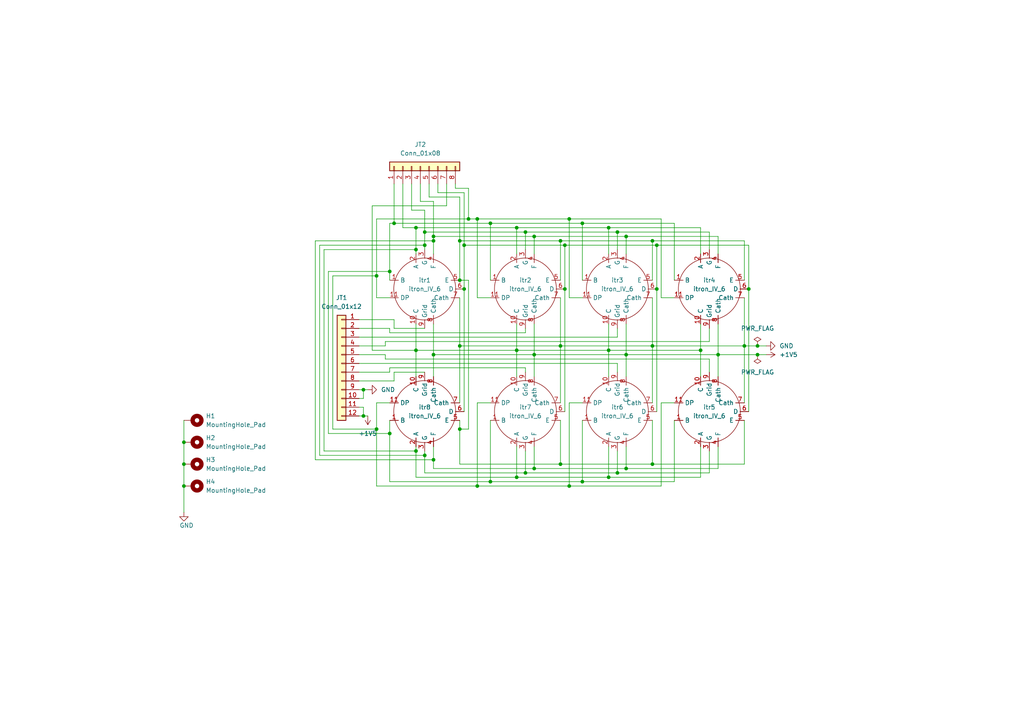
<source format=kicad_sch>
(kicad_sch (version 20211123) (generator eeschema)
  (paper "A4")
  (title_block (title "Divergence Meter - logic board") (date "2022") (company "Made by Toohka / Okarisu"))
  (lib_symbols
    (symbol "Connector_Generic:Conn_01x08" (pin_names (offset 1.016) hide)
      (property "Reference" "J" (at 0 10.16 0))
      (property "Value" "Conn_01x08" (at 0 -12.7 0))
      (symbol "Conn_01x08_1_1"
        (rectangle (start -1.27 -10.033) (end 0 -10.287) (stroke (width 0.1524)))
        (rectangle (start -1.27 -7.493) (end 0 -7.747) (stroke (width 0.1524)))
        (rectangle (start -1.27 -4.953) (end 0 -5.207) (stroke (width 0.1524)))
        (rectangle (start -1.27 -2.413) (end 0 -2.667) (stroke (width 0.1524)))
        (rectangle (start -1.27 0.127) (end 0 -0.127) (stroke (width 0.1524)))
        (rectangle (start -1.27 2.667) (end 0 2.413) (stroke (width 0.1524)))
        (rectangle (start -1.27 5.207) (end 0 4.953) (stroke (width 0.1524)))
        (rectangle (start -1.27 7.747) (end 0 7.493) (stroke (width 0.1524)))
        (rectangle (start -1.27 8.89) (end 1.27 -11.43) (stroke (width 0.254)) (fill (type background)))
        (pin passive line (at -5.08 7.62 0) (length 3.81) (name "Pin_1") (number "1"))
        (pin passive line (at -5.08 5.08 0) (length 3.81) (name "Pin_2") (number "2"))
        (pin passive line (at -5.08 2.54 0) (length 3.81) (name "Pin_3") (number "3"))
        (pin passive line (at -5.08 0 0) (length 3.81) (name "Pin_4") (number "4"))
        (pin passive line (at -5.08 -2.54 0) (length 3.81) (name "Pin_5") (number "5"))
        (pin passive line (at -5.08 -5.08 0) (length 3.81) (name "Pin_6") (number "6"))
        (pin passive line (at -5.08 -7.62 0) (length 3.81) (name "Pin_7") (number "7"))
        (pin passive line (at -5.08 -10.16 0) (length 3.81) (name "Pin_8") (number "8"))
      )
    )
    (symbol "Connector_Generic:Conn_01x12" (pin_names (offset 1.016) hide)
      (property "Reference" "J" (at 0 15.24 0))
      (property "Value" "Conn_01x12" (at 0 -17.78 0))
      (symbol "Conn_01x12_1_1"
        (rectangle (start -1.27 -15.113) (end 0 -15.367) (stroke (width 0.1524)))
        (rectangle (start -1.27 -12.573) (end 0 -12.827) (stroke (width 0.1524)))
        (rectangle (start -1.27 -10.033) (end 0 -10.287) (stroke (width 0.1524)))
        (rectangle (start -1.27 -7.493) (end 0 -7.747) (stroke (width 0.1524)))
        (rectangle (start -1.27 -4.953) (end 0 -5.207) (stroke (width 0.1524)))
        (rectangle (start -1.27 -2.413) (end 0 -2.667) (stroke (width 0.1524)))
        (rectangle (start -1.27 0.127) (end 0 -0.127) (stroke (width 0.1524)))
        (rectangle (start -1.27 2.667) (end 0 2.413) (stroke (width 0.1524)))
        (rectangle (start -1.27 5.207) (end 0 4.953) (stroke (width 0.1524)))
        (rectangle (start -1.27 7.747) (end 0 7.493) (stroke (width 0.1524)))
        (rectangle (start -1.27 10.287) (end 0 10.033) (stroke (width 0.1524)))
        (rectangle (start -1.27 12.827) (end 0 12.573) (stroke (width 0.1524)))
        (rectangle (start -1.27 13.97) (end 1.27 -16.51) (stroke (width 0.254)) (fill (type background)))
        (pin passive line (at -5.08 12.7 0) (length 3.81) (name "Pin_1") (number "1"))
        (pin passive line (at -5.08 -10.16 0) (length 3.81) (name "Pin_10") (number "10"))
        (pin passive line (at -5.08 -12.7 0) (length 3.81) (name "Pin_11") (number "11"))
        (pin passive line (at -5.08 -15.24 0) (length 3.81) (name "Pin_12") (number "12"))
        (pin passive line (at -5.08 10.16 0) (length 3.81) (name "Pin_2") (number "2"))
        (pin passive line (at -5.08 7.62 0) (length 3.81) (name "Pin_3") (number "3"))
        (pin passive line (at -5.08 5.08 0) (length 3.81) (name "Pin_4") (number "4"))
        (pin passive line (at -5.08 2.54 0) (length 3.81) (name "Pin_5") (number "5"))
        (pin passive line (at -5.08 0 0) (length 3.81) (name "Pin_6") (number "6"))
        (pin passive line (at -5.08 -2.54 0) (length 3.81) (name "Pin_7") (number "7"))
        (pin passive line (at -5.08 -5.08 0) (length 3.81) (name "Pin_8") (number "8"))
        (pin passive line (at -5.08 -7.62 0) (length 3.81) (name "Pin_9") (number "9"))
      )
    )
    (symbol "Mechanical:MountingHole_Pad" (pin_numbers hide) (pin_names (offset 1.016) hide)
      (property "Reference" "H" (at 0 6.35 0))
      (property "Value" "MountingHole_Pad" (at 0 4.445 0))
      (symbol "MountingHole_Pad_0_1"
        (circle (center 0 1.27) (radius 1.27) (stroke (width 1.27)))
      )
      (symbol "MountingHole_Pad_1_1"
        (pin input line (at 0 -2.54 90) (length 2.54) (name "1") (number "1"))
      )
    )
    (symbol "itron_iv_6:itron_IV_6"
      (property "Reference" "itr" (at 0 0 0))
      (property "Value" "itron_IV_6" (at -10.16 -5.08 0))
      (symbol "itron_IV_6_0_1"
        (circle (center 0 -13.97) (radius 8.9803))
      )
      (symbol "itron_IV_6_1_1"
        (pin input line (at -10.16 -11.43 0) (length 2.54) (name "B") (number "1"))
        (pin input line (at -2.54 -24.13 90) (length 2.54) (name "C") (number "10"))
        (pin input line (at -10.16 -16.51 0) (length 2.54) (name "DP") (number "11"))
        (pin input line (at -2.54 -3.81 270) (length 2.54) (name "A") (number "2"))
        (pin input line (at 0 -2.54 270) (length 2.54) (name "G") (number "3"))
        (pin input line (at 2.54 -3.81 270) (length 2.54) (name "F") (number "4"))
        (pin input line (at 10.16 -11.43 180) (length 2.54) (name "E") (number "5"))
        (pin input line (at 11.43 -13.97 180) (length 2.54) (name "D") (number "6"))
        (pin input line (at 10.16 -16.51 180) (length 2.54) (name "Cath") (number "7"))
        (pin input line (at 2.54 -24.13 90) (length 2.54) (name "Cath") (number "8"))
        (pin input line (at 0 -25.4 90) (length 2.54) (name "Grid") (number "9"))
      )
    )
    (symbol "power:+1V5" (power) (pin_names (offset 0))
      (property "Value" "+1V5" (at 0 3.556 0))
      (symbol "+1V5_0_1"
        (polyline (pts (xy -0.762 1.27) (xy 0 2.54)))
        (polyline (pts (xy 0 0) (xy 0 2.54)))
        (polyline (pts (xy 0 2.54) (xy 0.762 1.27)))
      )
      (symbol "+1V5_1_1"
        (pin power_in line (at 0 0 90) (length 0) hide (name "+1V5") (number "1"))
      )
    )
    (symbol "power:GND" (power) (pin_names (offset 0))
      (property "Value" "GND" (at 0 -3.81 0))
      (symbol "GND_0_1"
        (polyline (pts (xy 0 0) (xy 0 -1.27) (xy 1.27 -1.27) (xy 0 -2.54) (xy -1.27 -1.27) (xy 0 -1.27)))
      )
      (symbol "GND_1_1"
        (pin power_in line (at 0 0 270) (length 0) hide (name "GND") (number "1"))
      )
    )
    (symbol "power:PWR_FLAG" (power) (pin_numbers hide) (pin_names (offset 0) hide)
      (property "Value" "PWR_FLAG" (at 0 3.81 0))
      (symbol "PWR_FLAG_0_0"
        (pin power_out line (at 0 0 90) (length 0) (name "pwr") (number "1"))
      )
      (symbol "PWR_FLAG_0_1"
        (polyline (pts (xy 0 0) (xy 0 1.27) (xy -1.016 1.905) (xy 0 2.54) (xy 1.016 1.905) (xy 0 1.27)))
      )
    )
  )
  (junction (at 189.23 100.33))
  (junction (at 133.35 100.33))
  (junction (at 162.56 69.85))
  (junction (at 53.34 128.27))
  (junction (at 154.94 68.58))
  (junction (at 219.71 100.33))
  (junction (at 190.5 83.82))
  (junction (at 125.73 133.35))
  (junction (at 152.4 137.16))
  (junction (at 138.43 63.5))
  (junction (at 163.83 83.82))
  (junction (at 154.94 135.89))
  (junction (at 163.83 71.12))
  (junction (at 203.2 101.6))
  (junction (at 149.86 138.43))
  (junction (at 133.35 69.85))
  (junction (at 149.86 66.04))
  (junction (at 176.53 101.6))
  (junction (at 168.91 139.7))
  (junction (at 125.73 102.87))
  (junction (at 133.35 124.46))
  (junction (at 208.28 102.87))
  (junction (at 217.17 83.82))
  (junction (at 189.23 69.85))
  (junction (at 179.07 137.16))
  (junction (at 165.1 63.5))
  (junction (at 120.65 101.6))
  (junction (at 109.22 124.46))
  (junction (at 123.19 71.12))
  (junction (at 165.1 140.97))
  (junction (at 162.56 100.33))
  (junction (at 113.03 125.73))
  (junction (at 181.61 102.87))
  (junction (at 134.62 83.82))
  (junction (at 53.34 140.97))
  (junction (at 176.53 138.43))
  (junction (at 189.23 134.62))
  (junction (at 149.86 101.6))
  (junction (at 105.41 120.65))
  (junction (at 120.65 72.39))
  (junction (at 133.35 81.28))
  (junction (at 181.61 135.89))
  (junction (at 168.91 64.77))
  (junction (at 120.65 66.04))
  (junction (at 114.3 64.77))
  (junction (at 154.94 102.87))
  (junction (at 134.62 71.12))
  (junction (at 176.53 66.04))
  (junction (at 181.61 68.58))
  (junction (at 105.41 113.03))
  (junction (at 120.65 130.81))
  (junction (at 138.43 140.97))
  (junction (at 152.4 67.31))
  (junction (at 53.34 134.62))
  (junction (at 109.22 80.01))
  (junction (at 219.71 102.87))
  (junction (at 190.5 71.12))
  (junction (at 142.24 139.7))
  (junction (at 113.03 78.74))
  (junction (at 215.9 100.33))
  (junction (at 162.56 134.62))
  (junction (at 135.89 63.5))
  (junction (at 123.19 132.08))
  (junction (at 123.19 67.31))
  (junction (at 125.73 69.85))
  (junction (at 179.07 67.31))
  (junction (at 142.24 64.77))
  (junction (at 125.73 68.58))
  (wire (pts (xy 119.38 60.96) (xy 123.19 60.96)))
  (wire (pts (xy 179.07 95.25) (xy 179.07 97.79)))
  (wire (pts (xy 134.62 55.88) (xy 127 55.88)))
  (wire (pts (xy 149.86 66.04) (xy 120.65 66.04)))
  (wire (pts (xy 123.19 60.96) (xy 123.19 67.31)))
  (wire (pts (xy 179.07 67.31) (xy 179.07 72.39)))
  (wire (pts (xy 176.53 66.04) (xy 149.86 66.04)))
  (wire (pts (xy 123.19 71.12) (xy 92.71 71.12)))
  (wire (pts (xy 135.89 81.28) (xy 133.35 81.28)))
  (wire (pts (xy 179.07 105.41) (xy 179.07 107.95)))
  (wire (pts (xy 133.35 100.33) (xy 162.56 100.33)))
  (wire (pts (xy 138.43 140.97) (xy 165.1 140.97)))
  (wire (pts (xy 162.56 69.85) (xy 162.56 81.28)))
  (wire (pts (xy 189.23 121.92) (xy 189.23 134.62)))
  (wire (pts (xy 120.65 93.98) (xy 120.65 101.6)))
  (wire (pts (xy 149.86 66.04) (xy 149.86 73.66)))
  (wire (pts (xy 181.61 68.58) (xy 208.28 68.58)))
  (wire (pts (xy 53.34 140.97) (xy 53.34 148.59)))
  (wire (pts (xy 109.22 124.46) (xy 96.52 124.46)))
  (wire (pts (xy 109.22 86.36) (xy 109.22 80.01)))
  (wire (pts (xy 134.62 83.82) (xy 134.62 119.38)))
  (wire (pts (xy 142.24 121.92) (xy 142.24 139.7)))
  (wire (pts (xy 168.91 64.77) (xy 195.58 64.77)))
  (wire (pts (xy 133.35 124.46) (xy 133.35 134.62)))
  (wire (pts (xy 205.74 95.25) (xy 205.74 99.06)))
  (wire (pts (xy 205.74 67.31) (xy 179.07 67.31)))
  (wire (pts (xy 176.53 129.54) (xy 176.53 138.43)))
  (wire (pts (xy 205.74 130.81) (xy 205.74 137.16)))
  (wire (pts (xy 114.3 110.49) (xy 114.3 107.95)))
  (wire (pts (xy 133.35 69.85) (xy 133.35 57.15)))
  (wire (pts (xy 133.35 134.62) (xy 162.56 134.62)))
  (wire (pts (xy 125.73 69.85) (xy 125.73 68.58)))
  (wire (pts (xy 125.73 93.98) (xy 125.73 102.87)))
  (wire (pts (xy 190.5 83.82) (xy 190.5 119.38)))
  (wire (pts (xy 208.28 129.54) (xy 208.28 135.89)))
  (wire (pts (xy 120.65 72.39) (xy 120.65 73.66)))
  (wire (pts (xy 125.73 58.42) (xy 121.92 58.42)))
  (wire (pts (xy 120.65 129.54) (xy 120.65 130.81)))
  (wire (pts (xy 149.86 93.98) (xy 149.86 101.6)))
  (wire (pts (xy 133.35 69.85) (xy 162.56 69.85)))
  (wire (pts (xy 149.86 138.43) (xy 176.53 138.43)))
  (wire (pts (xy 176.53 101.6) (xy 203.2 101.6)))
  (wire (pts (xy 104.14 97.79) (xy 179.07 97.79)))
  (wire (pts (xy 134.62 71.12) (xy 134.62 55.88)))
  (wire (pts (xy 107.95 59.69) (xy 129.54 59.69)))
  (wire (pts (xy 162.56 69.85) (xy 189.23 69.85)))
  (wire (pts (xy 152.4 67.31) (xy 152.4 72.39)))
  (wire (pts (xy 152.4 106.68) (xy 152.4 107.95)))
  (wire (pts (xy 113.03 121.92) (xy 113.03 125.73)))
  (wire (pts (xy 113.03 78.74) (xy 113.03 64.77)))
  (wire (pts (xy 154.94 102.87) (xy 154.94 109.22)))
  (wire (pts (xy 208.28 93.98) (xy 208.28 102.87)))
  (wire (pts (xy 190.5 71.12) (xy 217.17 71.12)))
  (wire (pts (xy 181.61 102.87) (xy 208.28 102.87)))
  (wire (pts (xy 152.4 67.31) (xy 123.19 67.31)))
  (wire (pts (xy 120.65 66.04) (xy 120.65 72.39)))
  (wire (pts (xy 208.28 68.58) (xy 208.28 73.66)))
  (wire (pts (xy 132.08 54.61) (xy 132.08 53.34)))
  (wire (pts (xy 109.22 140.97) (xy 138.43 140.97)))
  (wire (pts (xy 154.94 93.98) (xy 154.94 102.87)))
  (wire (pts (xy 191.77 116.84) (xy 195.58 116.84)))
  (wire (pts (xy 179.07 67.31) (xy 152.4 67.31)))
  (wire (pts (xy 203.2 66.04) (xy 176.53 66.04)))
  (wire (pts (xy 208.28 135.89) (xy 181.61 135.89)))
  (wire (pts (xy 124.46 57.15) (xy 124.46 53.34)))
  (wire (pts (xy 134.62 71.12) (xy 134.62 83.82)))
  (wire (pts (xy 113.03 96.52) (xy 152.4 96.52)))
  (wire (pts (xy 113.03 106.68) (xy 152.4 106.68)))
  (wire (pts (xy 53.34 128.27) (xy 53.34 134.62)))
  (wire (pts (xy 121.92 58.42) (xy 121.92 53.34)))
  (wire (pts (xy 190.5 71.12) (xy 190.5 83.82)))
  (wire (pts (xy 208.28 102.87) (xy 208.28 109.22)))
  (wire (pts (xy 120.65 130.81) (xy 93.98 130.81)))
  (wire (pts (xy 104.14 102.87) (xy 111.76 102.87)))
  (wire (pts (xy 189.23 86.36) (xy 189.23 100.33)))
  (wire (pts (xy 123.19 132.08) (xy 123.19 130.81)))
  (wire (pts (xy 219.71 102.87) (xy 222.25 102.87)))
  (wire (pts (xy 133.35 86.36) (xy 133.35 100.33)))
  (wire (pts (xy 205.74 99.06) (xy 111.76 99.06)))
  (wire (pts (xy 114.3 107.95) (xy 123.19 107.95)))
  (wire (pts (xy 107.95 59.69) (xy 107.95 101.6)))
  (wire (pts (xy 203.2 73.66) (xy 203.2 66.04)))
  (wire (pts (xy 96.52 124.46) (xy 96.52 80.01)))
  (wire (pts (xy 189.23 100.33) (xy 189.23 116.84)))
  (wire (pts (xy 189.23 134.62) (xy 162.56 134.62)))
  (wire (pts (xy 195.58 139.7) (xy 195.58 121.92)))
  (wire (pts (xy 120.65 101.6) (xy 107.95 101.6)))
  (wire (pts (xy 205.74 137.16) (xy 179.07 137.16)))
  (wire (pts (xy 53.34 134.62) (xy 53.34 140.97)))
  (wire (pts (xy 95.25 78.74) (xy 113.03 78.74)))
  (wire (pts (xy 133.35 100.33) (xy 133.35 116.84)))
  (wire (pts (xy 114.3 95.25) (xy 114.3 92.71)))
  (wire (pts (xy 113.03 139.7) (xy 142.24 139.7)))
  (wire (pts (xy 152.4 130.81) (xy 152.4 137.16)))
  (wire (pts (xy 149.86 129.54) (xy 149.86 138.43)))
  (wire (pts (xy 149.86 101.6) (xy 149.86 109.22)))
  (wire (pts (xy 134.62 71.12) (xy 163.83 71.12)))
  (wire (pts (xy 133.35 121.92) (xy 133.35 124.46)))
  (wire (pts (xy 191.77 140.97) (xy 191.77 116.84)))
  (wire (pts (xy 162.56 134.62) (xy 162.56 121.92)))
  (wire (pts (xy 120.65 130.81) (xy 120.65 138.43)))
  (wire (pts (xy 123.19 71.12) (xy 123.19 72.39)))
  (wire (pts (xy 215.9 86.36) (xy 215.9 100.33)))
  (wire (pts (xy 123.19 137.16) (xy 123.19 132.08)))
  (wire (pts (xy 181.61 93.98) (xy 181.61 102.87)))
  (wire (pts (xy 113.03 86.36) (xy 109.22 86.36)))
  (wire (pts (xy 138.43 116.84) (xy 142.24 116.84)))
  (wire (pts (xy 162.56 100.33) (xy 189.23 100.33)))
  (wire (pts (xy 217.17 71.12) (xy 217.17 83.82)))
  (wire (pts (xy 219.71 100.33) (xy 222.25 100.33)))
  (wire (pts (xy 125.73 133.35) (xy 91.44 133.35)))
  (wire (pts (xy 114.3 53.34) (xy 114.3 64.77)))
  (wire (pts (xy 165.1 63.5) (xy 191.77 63.5)))
  (wire (pts (xy 93.98 72.39) (xy 120.65 72.39)))
  (wire (pts (xy 165.1 63.5) (xy 165.1 86.36)))
  (wire (pts (xy 138.43 63.5) (xy 138.43 86.36)))
  (wire (pts (xy 105.41 120.65) (xy 106.68 120.65)))
  (wire (pts (xy 189.23 69.85) (xy 215.9 69.85)))
  (wire (pts (xy 181.61 135.89) (xy 154.94 135.89)))
  (wire (pts (xy 149.86 101.6) (xy 176.53 101.6)))
  (wire (pts (xy 215.9 134.62) (xy 189.23 134.62)))
  (wire (pts (xy 165.1 86.36) (xy 168.91 86.36)))
  (wire (pts (xy 191.77 63.5) (xy 191.77 86.36)))
  (wire (pts (xy 154.94 68.58) (xy 181.61 68.58)))
  (wire (pts (xy 125.73 133.35) (xy 125.73 135.89)))
  (wire (pts (xy 133.35 57.15) (xy 124.46 57.15)))
  (wire (pts (xy 165.1 116.84) (xy 168.91 116.84)))
  (wire (pts (xy 133.35 124.46) (xy 135.89 124.46)))
  (wire (pts (xy 176.53 66.04) (xy 176.53 73.66)))
  (wire (pts (xy 215.9 100.33) (xy 215.9 116.84)))
  (wire (pts (xy 125.73 73.66) (xy 125.73 69.85)))
  (wire (pts (xy 163.83 71.12) (xy 190.5 71.12)))
  (wire (pts (xy 123.19 67.31) (xy 123.19 71.12)))
  (wire (pts (xy 163.83 83.82) (xy 163.83 119.38)))
  (wire (pts (xy 113.03 125.73) (xy 95.25 125.73)))
  (wire (pts (xy 111.76 102.87) (xy 111.76 104.14)))
  (wire (pts (xy 154.94 102.87) (xy 181.61 102.87)))
  (wire (pts (xy 165.1 140.97) (xy 191.77 140.97)))
  (wire (pts (xy 135.89 124.46) (xy 135.89 81.28)))
  (wire (pts (xy 113.03 64.77) (xy 114.3 64.77)))
  (wire (pts (xy 176.53 93.98) (xy 176.53 101.6)))
  (wire (pts (xy 215.9 121.92) (xy 215.9 134.62)))
  (wire (pts (xy 203.2 101.6) (xy 203.2 109.22)))
  (wire (pts (xy 189.23 69.85) (xy 189.23 81.28)))
  (wire (pts (xy 135.89 63.5) (xy 135.89 54.61)))
  (wire (pts (xy 165.1 140.97) (xy 165.1 116.84)))
  (wire (pts (xy 138.43 140.97) (xy 138.43 116.84)))
  (wire (pts (xy 133.35 81.28) (xy 133.35 69.85)))
  (wire (pts (xy 138.43 63.5) (xy 165.1 63.5)))
  (wire (pts (xy 135.89 63.5) (xy 138.43 63.5)))
  (wire (pts (xy 125.73 102.87) (xy 154.94 102.87)))
  (wire (pts (xy 181.61 129.54) (xy 181.61 135.89)))
  (wire (pts (xy 109.22 124.46) (xy 109.22 140.97)))
  (wire (pts (xy 104.14 113.03) (xy 105.41 113.03)))
  (wire (pts (xy 125.73 68.58) (xy 154.94 68.58)))
  (wire (pts (xy 53.34 121.92) (xy 53.34 128.27)))
  (wire (pts (xy 114.3 92.71) (xy 104.14 92.71)))
  (wire (pts (xy 125.73 68.58) (xy 125.73 58.42)))
  (wire (pts (xy 119.38 53.34) (xy 119.38 60.96)))
  (wire (pts (xy 105.41 118.11) (xy 105.41 120.65)))
  (wire (pts (xy 114.3 64.77) (xy 142.24 64.77)))
  (wire (pts (xy 215.9 100.33) (xy 219.71 100.33)))
  (wire (pts (xy 189.23 100.33) (xy 215.9 100.33)))
  (wire (pts (xy 120.65 101.6) (xy 149.86 101.6)))
  (wire (pts (xy 105.41 113.03) (xy 106.68 113.03)))
  (wire (pts (xy 217.17 83.82) (xy 217.17 119.38)))
  (wire (pts (xy 129.54 59.69) (xy 129.54 53.34)))
  (wire (pts (xy 176.53 101.6) (xy 176.53 109.22)))
  (wire (pts (xy 104.14 95.25) (xy 113.03 95.25)))
  (wire (pts (xy 163.83 71.12) (xy 163.83 83.82)))
  (wire (pts (xy 125.73 135.89) (xy 154.94 135.89)))
  (wire (pts (xy 203.2 93.98) (xy 203.2 101.6)))
  (wire (pts (xy 195.58 64.77) (xy 195.58 81.28)))
  (wire (pts (xy 127 55.88) (xy 127 53.34)))
  (wire (pts (xy 179.07 130.81) (xy 179.07 137.16)))
  (wire (pts (xy 113.03 116.84) (xy 109.22 116.84)))
  (wire (pts (xy 123.19 95.25) (xy 114.3 95.25)))
  (wire (pts (xy 181.61 102.87) (xy 181.61 109.22)))
  (wire (pts (xy 181.61 68.58) (xy 181.61 73.66)))
  (wire (pts (xy 125.73 129.54) (xy 125.73 133.35)))
  (wire (pts (xy 113.03 95.25) (xy 113.03 96.52)))
  (wire (pts (xy 109.22 116.84) (xy 109.22 124.46)))
  (wire (pts (xy 215.9 69.85) (xy 215.9 81.28)))
  (wire (pts (xy 116.84 66.04) (xy 120.65 66.04)))
  (wire (pts (xy 168.91 139.7) (xy 168.91 121.92)))
  (wire (pts (xy 111.76 104.14) (xy 205.74 104.14)))
  (wire (pts (xy 152.4 137.16) (xy 123.19 137.16)))
  (wire (pts (xy 109.22 63.5) (xy 135.89 63.5)))
  (wire (pts (xy 142.24 64.77) (xy 168.91 64.77)))
  (wire (pts (xy 116.84 53.34) (xy 116.84 66.04)))
  (wire (pts (xy 205.74 72.39) (xy 205.74 67.31)))
  (wire (pts (xy 95.25 125.73) (xy 95.25 78.74)))
  (wire (pts (xy 154.94 135.89) (xy 154.94 129.54)))
  (wire (pts (xy 104.14 118.11) (xy 105.41 118.11)))
  (wire (pts (xy 138.43 86.36) (xy 142.24 86.36)))
  (wire (pts (xy 93.98 72.39) (xy 93.98 130.81)))
  (wire (pts (xy 120.65 138.43) (xy 149.86 138.43)))
  (wire (pts (xy 104.14 115.57) (xy 105.41 115.57)))
  (wire (pts (xy 104.14 105.41) (xy 179.07 105.41)))
  (wire (pts (xy 135.89 54.61) (xy 132.08 54.61)))
  (wire (pts (xy 92.71 71.12) (xy 92.71 132.08)))
  (wire (pts (xy 168.91 139.7) (xy 195.58 139.7)))
  (wire (pts (xy 162.56 86.36) (xy 162.56 100.33)))
  (wire (pts (xy 91.44 69.85) (xy 125.73 69.85)))
  (wire (pts (xy 168.91 64.77) (xy 168.91 81.28)))
  (wire (pts (xy 125.73 102.87) (xy 125.73 109.22)))
  (wire (pts (xy 113.03 125.73) (xy 113.03 139.7)))
  (wire (pts (xy 109.22 80.01) (xy 109.22 63.5)))
  (wire (pts (xy 96.52 80.01) (xy 109.22 80.01)))
  (wire (pts (xy 113.03 107.95) (xy 113.03 106.68)))
  (wire (pts (xy 152.4 95.25) (xy 152.4 96.52)))
  (wire (pts (xy 142.24 64.77) (xy 142.24 81.28)))
  (wire (pts (xy 91.44 133.35) (xy 91.44 69.85)))
  (wire (pts (xy 111.76 100.33) (xy 104.14 100.33)))
  (wire (pts (xy 208.28 102.87) (xy 219.71 102.87)))
  (wire (pts (xy 162.56 100.33) (xy 162.56 116.84)))
  (wire (pts (xy 104.14 107.95) (xy 113.03 107.95)))
  (wire (pts (xy 205.74 104.14) (xy 205.74 107.95)))
  (wire (pts (xy 179.07 137.16) (xy 152.4 137.16)))
  (wire (pts (xy 191.77 86.36) (xy 195.58 86.36)))
  (wire (pts (xy 111.76 99.06) (xy 111.76 100.33)))
  (wire (pts (xy 142.24 139.7) (xy 168.91 139.7)))
  (wire (pts (xy 113.03 81.28) (xy 113.03 78.74)))
  (wire (pts (xy 104.14 110.49) (xy 114.3 110.49)))
  (wire (pts (xy 154.94 68.58) (xy 154.94 73.66)))
  (wire (pts (xy 120.65 101.6) (xy 120.65 109.22)))
  (wire (pts (xy 176.53 138.43) (xy 203.2 138.43)))
  (wire (pts (xy 203.2 138.43) (xy 203.2 129.54)))
  (wire (pts (xy 92.71 132.08) (xy 123.19 132.08)))
  (wire (pts (xy 104.14 120.65) (xy 105.41 120.65)))
  (wire (pts (xy 105.41 115.57) (xy 105.41 113.03)))
  (symbol (lib_id "power:+1V5") (at 106.68 120.65 180) (unit 1)
    (property "Reference" "#PWR0104" (effects hide))
    (property "Value" "+1V5" (at 106.68 125.73 0))
  )
  (symbol (lib_id "itron_iv_6:itron_IV_6") (at 123.19 69.85 0) (unit 1)
    (property "Reference" "itr1" (at 123.19 81.28 0))
    (property "Value" "itron_IV_6" (at 123.19 83.82 0))
    (property "Footprint" "Itron:itron_IV_6" (effects hide))
  )
  (symbol (lib_id "power:PWR_FLAG") (at 219.71 100.33 0) (unit 1)
    (property "Reference" "#FLG0102" (effects hide))
    (property "Value" "PWR_FLAG" (at 219.71 95.25 0))
  )
  (symbol (lib_id "itron_iv_6:itron_IV_6") (at 179.07 133.35 0) (mirror x) (unit 1)
    (property "Reference" "itr6" (at 179.07 118.11 0))
    (property "Value" "itron_IV_6" (at 179.07 120.65 0))
    (property "Footprint" "Itron:itron_IV_6" (effects hide))
  )
  (symbol (lib_id "power:GND") (at 53.34 148.59 0) (unit 1)
    (property "Reference" "#PWR0105" (effects hide))
    (property "Value" "GND" (at 52.07 152.4 0) (effects (justify left)))
  )
  (symbol (lib_id "Mechanical:MountingHole_Pad") (at 55.88 140.97 270) (unit 1)
    (property "Reference" "H4" (at 59.69 139.6999 90) (effects (justify left)))
    (property "Value" "MountingHole_Pad" (at 59.69 142.2399 90) (effects (justify left)))
    (property "Footprint" "MountingHole:MountingHole_3.5mm_Pad_Via" (effects hide))
  )
  (symbol (lib_id "itron_iv_6:itron_IV_6") (at 205.74 69.85 0) (unit 1)
    (property "Reference" "itr4" (at 205.74 81.28 0))
    (property "Value" "itron_IV_6" (at 205.74 83.82 0))
    (property "Footprint" "Itron:itron_IV_6" (effects hide))
  )
  (symbol (lib_id "itron_iv_6:itron_IV_6") (at 123.19 133.35 0) (mirror x) (unit 1)
    (property "Reference" "itr8" (at 123.19 118.11 0))
    (property "Value" "itron_IV_6" (at 123.19 120.65 0))
    (property "Footprint" "Itron:itron_IV_6" (effects hide))
  )
  (symbol (lib_id "power:+1V5") (at 222.25 102.87 270) (unit 1)
    (property "Reference" "#PWR0102" (effects hide))
    (property "Value" "+1V5" (at 226.06 102.8699 90) (effects (justify left)))
  )
  (symbol (lib_id "power:GND") (at 222.25 100.33 90) (unit 1)
    (property "Reference" "#PWR0101" (effects hide))
    (property "Value" "GND" (at 226.06 100.3299 90) (effects (justify right)))
  )
  (symbol (lib_id "Mechanical:MountingHole_Pad") (at 55.88 128.27 270) (unit 1)
    (property "Reference" "H2" (at 59.69 126.9999 90) (effects (justify left)))
    (property "Value" "MountingHole_Pad" (at 59.69 129.5399 90) (effects (justify left)))
    (property "Footprint" "MountingHole:MountingHole_3.5mm_Pad_Via" (effects hide))
  )
  (symbol (lib_id "power:GND") (at 106.68 113.03 90) (unit 1)
    (property "Reference" "#PWR0103" (effects hide))
    (property "Value" "GND" (at 110.49 113.0299 90) (effects (justify right)))
  )
  (symbol (lib_id "itron_iv_6:itron_IV_6") (at 205.74 133.35 0) (mirror x) (unit 1)
    (property "Reference" "itr5" (at 205.74 118.11 0))
    (property "Value" "itron_IV_6" (at 205.74 120.65 0))
    (property "Footprint" "Itron:itron_IV_6" (effects hide))
  )
  (symbol (lib_id "Mechanical:MountingHole_Pad") (at 55.88 121.92 270) (unit 1)
    (property "Reference" "H1" (at 59.69 120.6499 90) (effects (justify left)))
    (property "Value" "MountingHole_Pad" (at 59.69 123.1899 90) (effects (justify left)))
    (property "Footprint" "MountingHole:MountingHole_3.5mm_Pad_Via" (effects hide))
  )
  (symbol (lib_id "power:PWR_FLAG") (at 219.71 102.87 180) (unit 1)
    (property "Reference" "#FLG0101" (effects hide))
    (property "Value" "PWR_FLAG" (at 219.71 107.95 0))
  )
  (symbol (lib_id "Connector_Generic:Conn_01x08") (at 121.92 48.26 90) (unit 1)
    (property "Reference" "JT2" (at 121.92 41.91 90))
    (property "Value" "Conn_01x08" (at 121.92 44.45 90))
    (property "Footprint" "Connector_PinHeader_2.54mm:PinHeader_1x08_P2.54mm_Vertical" (effects hide))
  )
  (symbol (lib_id "itron_iv_6:itron_IV_6") (at 152.4 69.85 0) (unit 1)
    (property "Reference" "itr2" (at 152.4 81.28 0))
    (property "Value" "itron_IV_6" (at 152.4 83.82 0))
    (property "Footprint" "Itron:itron_IV_6" (effects hide))
  )
  (symbol (lib_id "itron_iv_6:itron_IV_6") (at 179.07 69.85 0) (unit 1)
    (property "Reference" "itr3" (at 179.07 81.28 0))
    (property "Value" "itron_IV_6" (at 179.07 83.82 0))
    (property "Footprint" "Itron:itron_IV_6" (effects hide))
  )
  (symbol (lib_id "Connector_Generic:Conn_01x12") (at 99.06 105.41 0) (mirror y) (unit 1)
    (property "Reference" "JT1" (at 99.06 86.36 0))
    (property "Value" "Conn_01x12" (at 99.06 88.9 0))
    (property "Footprint" "Connector_PinHeader_2.54mm:PinHeader_1x12_P2.54mm_Vertical" (effects hide))
  )
  (symbol (lib_id "itron_iv_6:itron_IV_6") (at 152.4 133.35 0) (mirror x) (unit 1)
    (property "Reference" "itr7" (at 152.4 118.11 0))
    (property "Value" "itron_IV_6" (at 152.4 120.65 0))
    (property "Footprint" "Itron:itron_IV_6" (effects hide))
  )
  (symbol (lib_id "Mechanical:MountingHole_Pad") (at 55.88 134.62 270) (unit 1)
    (property "Reference" "H3" (at 59.69 133.3499 90) (effects (justify left)))
    (property "Value" "MountingHole_Pad" (at 59.69 135.8899 90) (effects (justify left)))
    (property "Footprint" "MountingHole:MountingHole_3.5mm_Pad_Via" (effects hide))
  )
)
</source>
